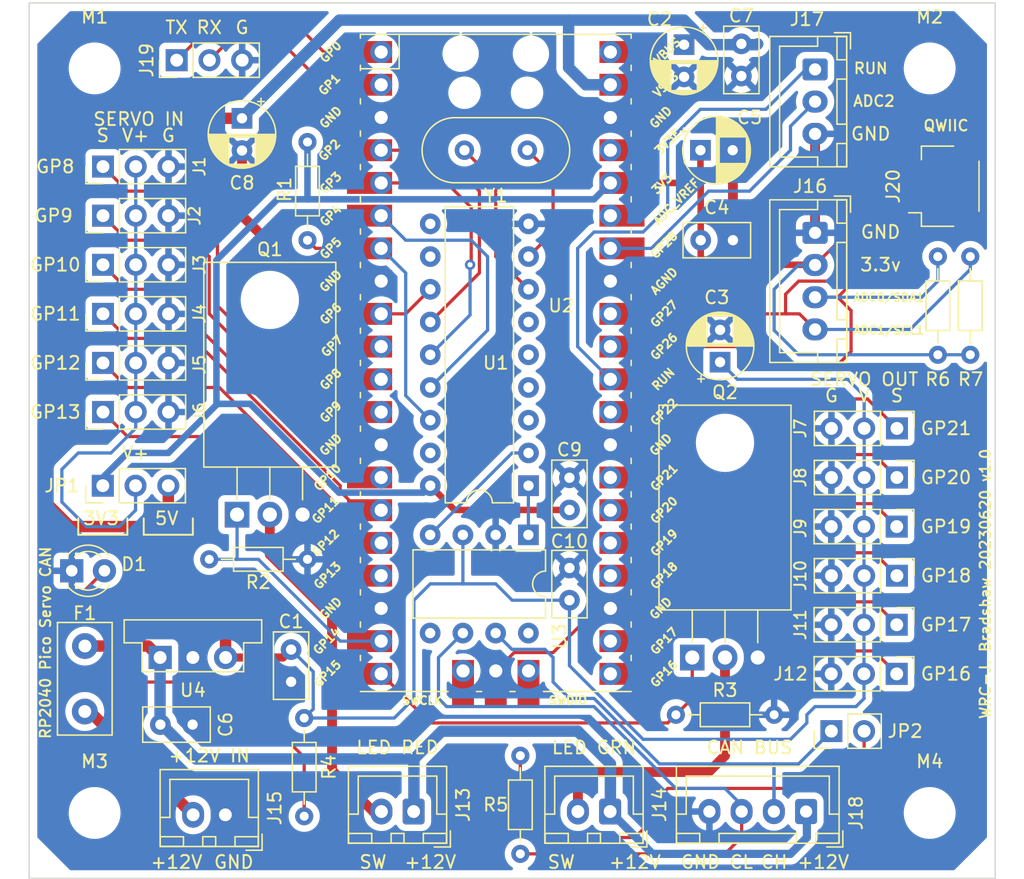
<source format=kicad_pcb>
(kicad_pcb (version 20211014) (generator pcbnew)
  (title_block (title "RP2040 Pico Kingfisher Board") (date "2023-06-14") (rev "0.1") (company "USNA WRC") (comment 1 "J. Bradshaw"))
  (layers (0 "F.Cu" signal) (31 "B.Cu" signal) (34 "B.Paste" user) (35 "F.Paste" user) (36 "B.SilkS" user "B.Silkscreen") (37 "F.SilkS" user "F.Silkscreen") (38 "B.Mask" user) (39 "F.Mask" user) (44 "Edge.Cuts" user))
  (net 0 "")
  (net 1 "+5V")
  (net 2 "GND")
  (net 3 "+3.3V")
  (net 4 "S1_IN")
  (net 5 "V_Receiver")
  (net 6 "S2_IN")
  (net 7 "S3_IN")
  (net 8 "S4_IN")
  (net 9 "S5_IN")
  (net 10 "S6_IN")
  (net 11 "S2_OUT")
  (net 12 "S1_OUT")
  (net 13 "S4_OUT")
  (net 14 "S3_OUT")
  (net 15 "S6_OUT")
  (net 16 "S5_OUT")
  (net 17 "+12V")
  (net 18 "ADC0")
  (net 19 "ADC1")
  (net 20 "ADC2")
  (net 21 "RUN")
  (net 22 "pico_TX")
  (net 23 "pico_RX")
  (net 24 "LED_RED_ON")
  (net 25 "LED_GRN_ON")
  (net 26 "Net-(J13-Pad2)")
  (net 27 "Net-(J14-Pad2)")
  (net 30 "Net-(JP2-Pad2)")
  (net 31 "SPI0_CS")
  (net 36 "Net-(U2-Pad1)")
  (net 37 "Net-(U2-Pad2)")
  (net 41 "INT")
  (net 42 "SPI0_SCK")
  (net 43 "SPI0_TX")
  (net 44 "SPI0_RX")
  (net 47 "Net-(U2-Pad7)")
  (net 48 "Net-(U2-Pad8)")
  (net 54 "Net-(J18-Pad2)")
  (net 55 "Net-(J18-Pad3)")
  (net 56 "Net-(J15-Pad2)")
  (net 57 "Net-(R4-Pad2)")
  (footprint "Connector_JST:JST_XH_B2B-XH-A_1x02_P2.50mm_Vertical" (layer "F.Cu") (at 117.455 131.97 180)
    (fp_text reference "J13")
    (fp_text value "Conn_01x02")
  )
  (footprint "Resistor_THT:R_Axial_DIN0204_L3.6mm_D1.6mm_P7.62mm_Horizontal" (layer "F.Cu") (at 109.22 80.01 -90)
    (fp_text reference "R1")
    (fp_text value "10K")
  )
  (footprint "Connector_JST:JST_XH_B4B-XH-A_1x04_P2.50mm_Vertical" (layer "F.Cu") (at 147.895 131.97 180)
    (fp_text reference "J18")
    (fp_text value "Conn_01x04")
  )
  (footprint "MountingHole:MountingHole_3mm" (layer "F.Cu") (at 92.71 132.08)
    (fp_text reference "M3")
    (fp_text value "MountingHole_3mm")
  )
  (footprint "Capacitor_THT:C_Disc_D5.0mm_W2.5mm_P2.50mm" (layer "F.Cu") (at 129.54 108.565 90)
    (fp_text reference "C9")
    (fp_text value ".1uF")
  )
  (footprint "MCU_RaspberryPi_and_Boards:RPi_Pico_SMD_TH" (layer "F.Cu") (at 123.825 97.155)
    (fp_text reference "U1")
    (fp_text value "Pico")
  )
  (footprint "Capacitor_THT:C_Disc_D5.0mm_W2.5mm_P2.50mm" (layer "F.Cu") (at 129.54 115.57 90)
    (fp_text reference "C10")
    (fp_text value ".1uF")
  )
  (footprint "Connector_PinHeader_2.54mm:PinHeader_1x02_P2.54mm_Vertical" (layer "F.Cu") (at 149.855 125.73 90)
    (fp_text reference "JP2")
    (fp_text value "CANres")
  )
  (footprint "Resistor_THT:R_Axial_DIN0204_L3.6mm_D1.6mm_P7.62mm_Horizontal" (layer "F.Cu") (at 108.966 124.714 -90)
    (fp_text reference "R4")
    (fp_text value "4.7K")
  )
  (footprint "Connector_PinHeader_2.54mm:PinHeader_1x03_P2.54mm_Vertical" (layer "F.Cu") (at 93.36 85.725 90)
    (fp_text reference "J2")
    (fp_text value "Conn_01x03")
  )
  (footprint "Connector_PinHeader_2.54mm:PinHeader_1x03_P2.54mm_Vertical" (layer "F.Cu") (at 154.94 113.665 -90)
    (fp_text reference "J10")
    (fp_text value "Conn_01x03")
  )
  (footprint "Capacitor_THT:C_Disc_D5.0mm_W2.5mm_P2.50mm" (layer "F.Cu") (at 107.95 119.4 -90)
    (fp_text reference "C1")
    (fp_text value ".1uF")
  )
  (footprint "Package_TO_SOT_THT:TO-220-3_Horizontal_TabDown" (layer "F.Cu") (at 139.065 120.015)
    (fp_text reference "Q2")
    (fp_text value "IRLZ44N")
  )
  (footprint "Crystal:Crystal_HC49-4H_Vertical" (layer "F.Cu") (at 126.275 80.645 180)
    (fp_text reference "Y1")
    (fp_text value "16MHz")
  )
  (footprint "Connector_JST:JST_XH_B2B-XH-A_1x02_P2.50mm_Vertical" (layer "F.Cu") (at 102.85 132.224 180)
    (fp_text reference "J15")
    (fp_text value "Conn_01x02")
  )
  (footprint "Connector_PinHeader_2.54mm:PinHeader_1x03_P2.54mm_Vertical" (layer "F.Cu") (at 93.36 97.155 90)
    (fp_text reference "J5")
    (fp_text value "Conn_01x03")
  )
  (footprint "Connector_PinHeader_2.54mm:PinHeader_1x03_P2.54mm_Vertical" (layer "F.Cu") (at 154.925 109.855 -90)
    (fp_text reference "J9")
    (fp_text value "Conn_01x03")
  )
  (footprint "Capacitor_THT:CP_Radial_D5.0mm_P2.50mm" (layer "F.Cu") (at 139.7 80.645)
    (fp_text reference "C5")
    (fp_text value "47uF")
  )
  (footprint "Resistor_THT:R_Axial_DIN0204_L3.6mm_D1.6mm_P7.62mm_Horizontal" (layer "F.Cu") (at 158.115 96.52 90)
    (fp_text reference "R6")
    (fp_text value "4.7K")
  )
  (footprint "Resistor_THT:R_Axial_DIN0204_L3.6mm_D1.6mm_P7.62mm_Horizontal" (layer "F.Cu") (at 101.6 112.395)
    (fp_text reference "R2")
    (fp_text value "1K")
  )
  (footprint "Connector_PinHeader_2.54mm:PinHeader_1x03_P2.54mm_Vertical" (layer "F.Cu") (at 154.925 121.285 -90)
    (fp_text reference "J12")
    (fp_text value "Conn_01x03")
  )
  (footprint "Capacitor_THT:CP_Radial_D5.0mm_P2.50mm" (layer "F.Cu") (at 141.224 97.090113 90)
    (fp_text reference "C3")
    (fp_text value "470uF")
  )
  (footprint "Connector_JST:JST_SH_SM04B-SRSS-TB_1x04-1MP_P1.00mm_Horizontal" (layer "F.Cu") (at 158.623 83.439 90)
    (fp_text reference "J20")
    (fp_text value "Conn_01x04")
  )
  (footprint "Connector_PinHeader_2.54mm:PinHeader_1x03_P2.54mm_Vertical" (layer "F.Cu") (at 93.36 81.915 90)
    (fp_text reference "J1")
    (fp_text value "Conn_01x03")
  )
  (footprint "Connector_PinHeader_2.54mm:PinHeader_1x03_P2.54mm_Vertical" (layer "F.Cu") (at 154.94 102.235 -90)
    (fp_text reference "J7")
    (fp_text value "Conn_01x03")
  )
  (footprint "Package_TO_SOT_THT:TO-220-3_Horizontal_TabDown" (layer "F.Cu") (at 103.759 108.925)
    (fp_text reference "Q1")
    (fp_text value "IRLZ44N")
  )
  (footprint "Connector_PinHeader_2.54mm:PinHeader_1x03_P2.54mm_Vertical" (layer "F.Cu") (at 93.36 93.345 90)
    (fp_text reference "J4")
    (fp_text value "Conn_01x03")
  )
  (footprint "Connector_JST:JST_XH_B2B-XH-A_1x02_P2.50mm_Vertical" (layer "F.Cu") (at 132.695 131.97 180)
    (fp_text reference "J14")
    (fp_text value "Conn_01x02")
  )
  (footprint "Package_DIP:DIP-8_W7.62mm" (layer "F.Cu") (at 126.355 110.5 -90)
    (fp_text reference "U3")
    (fp_text value "MCP2551-I-P")
  )
  (footprint "Connector_PinHeader_2.54mm:PinHeader_1x03_P2.54mm_Vertical" (layer "F.Cu") (at 93.36 100.965 90)
    (fp_text reference "J6")
    (fp_text value "Conn_01x03")
  )
  (footprint "Connector_PinHeader_2.54mm:PinHeader_1x03_P2.54mm_Vertical" (layer "F.Cu") (at 93.345 106.68 90)
    (fp_text reference "JP1")
    (fp_text value "Jumper_3_Open" hide)
  )
  (footprint "Resistor_THT:R_Axial_DIN0204_L3.6mm_D1.6mm_P7.62mm_Horizontal" (layer "F.Cu") (at 125.73 135.255 90)
    (fp_text reference "R5")
    (fp_text value "120")
  )
  (footprint "Capacitor_THT:C_Disc_D5.0mm_W2.5mm_P2.50mm" (layer "F.Cu") (at 97.81 125.222)
    (fp_text reference "C6")
    (fp_text value ".1uF")
  )
  (footprint "Capacitor_THT:C_Disc_D5.0mm_W2.5mm_P2.50mm" (layer "F.Cu") (at 142.875 72.39 -90)
    (fp_text reference "C7")
    (fp_text value ".1uF")
  )
  (footprint "Connector_JST:JST_XH_B3B-XH-A_1x03_P2.50mm_Vertical" (layer "F.Cu") (at 148.59 74.375 -90)
    (fp_text reference "J17")
    (fp_text value "Conn_01x03")
  )
  (footprint "Resistor_THT:R_Axial_DIN0204_L3.6mm_D1.6mm_P7.62mm_Horizontal" (layer "F.Cu") (at 137.795 124.46)
    (fp_text reference "R3")
    (fp_text value "1K")
  )
  (footprint "Package_DIP:DIP-18_W7.62mm" (layer "F.Cu") (at 126.365 106.68 180)
    (fp_text reference "U2")
    (fp_text value "MCP2515-xSO")
  )
  (footprint "Connector_JST:JST_XH_B4B-XH-A_1x04_P2.50mm_Vertical" (layer "F.Cu") (at 148.59 87.055 -90)
    (fp_text reference "J16")
    (fp_text value "Conn_01x04")
  )
  (footprint "LED_THT:LED_D3.0mm" (layer "F.Cu") (at 90.932 113.284)
    (fp_text reference "D1")
    (fp_text value "LED")
  )
  (footprint "Connector_PinHeader_2.54mm:PinHeader_1x03_P2.54mm_Vertical" (layer "F.Cu") (at 154.94 106.045 -90)
    (fp_text reference "J8")
    (fp_text value "Conn_01x03")
  )
  (footprint "Resistor_THT:R_Axial_DIN0204_L3.6mm_D1.6mm_P7.62mm_Horizontal" (layer "F.Cu") (at 160.63 96.52 90)
    (fp_text reference "R7")
    (fp_text value "4.7K")
  )
  (footprint "MountingHole:MountingHole_3mm" (layer "F.Cu") (at 92.71 74.295)
    (fp_text reference "M1")
    (fp_text value "MountingHole_3mm")
  )
  (footprint "Capacitor_THT:CP_Radial_D5.0mm_P2.50mm" (layer "F.Cu") (at 104.14 78.169888 -90)
    (fp_text reference "C8")
    (fp_text value "47uF")
  )
  (footprint "MountingHole:MountingHole_3mm" (layer "F.Cu") (at 157.48 132.08)
    (fp_text reference "M4")
    (fp_text value "MountingHole_3mm")
  )
  (footprint "Fuse:Fuse_Littelfuse_395Series" (layer "F.Cu") (at 91.948 124.206 90)
    (fp_text reference "F1")
    (fp_text value "Fuse_Small")
  )
  (footprint "Capacitor_THT:C_Disc_D5.0mm_W2.5mm_P2.50mm" (layer "F.Cu") (at 139.72 87.63)
    (fp_text reference "C4")
    (fp_text value ".1uF")
  )
  (footprint "Converter_DCDC:Converter_DCDC_Murata_OKI-78SR_Vertical" (layer "F.Cu") (at 97.79 120.015)
    (fp_text reference "U4")
    (fp_text value "OKI-78SR-5_1.5-W36-C")
  )
  (footprint "Connector_PinHeader_2.54mm:PinHeader_1x03_P2.54mm_Vertical" (layer "F.Cu") (at 99.075 73.66 90)
    (fp_text reference "J19")
    (fp_text value "Conn_01x03")
  )
  (footprint "Capacitor_THT:CP_Radial_D5.0mm_P2.50mm" (layer "F.Cu") (at 138.43 72.454888 -90)
    (fp_text reference "C2")
    (fp_text value "47uF")
  )
  (footprint "Connector_PinHeader_2.54mm:PinHeader_1x03_P2.54mm_Vertical" (layer "F.Cu") (at 93.36 89.535 90)
    (fp_text reference "J3")
    (fp_text value "Conn_01x03")
  )
  (footprint "MountingHole:MountingHole_3mm" (layer "F.Cu") (at 157.48 74.295)
    (fp_text reference "M2")
    (fp_text value "MountingHole_3mm")
  )
  (footprint "Connector_PinHeader_2.54mm:PinHeader_1x03_P2.54mm_Vertical" (layer "F.Cu") (at 154.925 117.475 -90)
    (fp_text reference "J11")
    (fp_text value "Conn_01x03")
  )
  (gr_line (start 91.44 109.22) (end 91.44 110.49) (layer "F.SilkS") (width 0.15))
  (gr_line (start 100.33 110.49) (end 100.33 109.22) (layer "F.SilkS") (width 0.15))
  (gr_line (start 95.25 110.49) (end 95.25 109.22) (layer "F.SilkS") (width 0.15))
  (gr_line (start 91.44 110.49) (end 95.25 110.49) (layer "F.SilkS") (width 0.15))
  (gr_line (start 96.52 110.49) (end 100.33 110.49) (layer "F.SilkS") (width 0.15))
  (gr_line (start 96.52 109.22) (end 96.52 110.49) (layer "F.SilkS") (width 0.15))
  (gr_line (start 87.63 137.16) (end 87.63 69.215) (layer "Edge.Cuts") (width 0.1))
  (gr_line (start 162.56 137.16) (end 87.63 137.16) (layer "Edge.Cuts") (width 0.1))
  (gr_line (start 162.56 69.215) (end 162.56 137.16) (layer "Edge.Cuts") (width 0.1))
  (gr_line (start 87.63 69.215) (end 162.56 69.215) (layer "Edge.Cuts") (width 0.1))
  (gr_text "GP18" (at 158.75 113.665) (layer "F.SilkS") (effects (font (size 1 1))))
  (gr_text "GP17" (at 158.75 117.475) (layer "F.SilkS") (effects (font (size 1 1))))
  (gr_text "5V" (at 98.298 109.22) (layer "F.SilkS") (effects (font (size 1 1))))
  (gr_text "SW" (at 128.905 135.89) (layer "F.SilkS") (effects (font (size 1 1))))
  (gr_text "3V3" (at 93.218 109.22) (layer "F.SilkS") (effects (font (size 1 1))))
  (gr_text "GP10" (at 89.662 89.535) (layer "F.SilkS") (effects (font (size 1 1))))
  (gr_text "+12V IN" (at 101.6 127.635) (layer "F.SilkS") (effects (font (size 1 1))))
  (gr_text "V+" (at 95.885 79.502) (layer "F.SilkS") (effects (font (size 1 1))))
  (gr_text "RUN" (at 152.908 74.295) (layer "F.SilkS") (effects (font (size 0.8382 0.8382))))
  (gr_text "CH" (at 145.415 135.89) (layer "F.SilkS") (effects (font (size 1 1))))
  (gr_text "S" (at 93.345 79.502) (layer "F.SilkS") (effects (font (size 1 1))))
  (gr_text "TX" (at 99.06 71.12) (layer "F.SilkS") (effects (font (size 1 1))))
  (gr_text "CL" (at 142.875 135.89) (layer "F.SilkS") (effects (font (size 1 1))))
  (gr_text "GP13" (at 89.662 100.965) (layer "F.SilkS") (effects (font (size 1 1))))
  (gr_text "G" (at 149.86 99.695) (layer "F.SilkS") (effects (font (size 1 1))))
  (gr_text "3.3v" (at 153.67 89.535) (layer "F.SilkS") (effects (font (size 1 1))))
  (gr_text "ADC2" (at 153.162 76.835) (layer "F.SilkS") (effects (font (size 0.8382 0.8382))))
  (gr_text "GND" (at 139.7 135.89) (layer "F.SilkS") (effects (font (size 1 1))))
  (gr_text "GP16" (at 158.75 121.285) (layer "F.SilkS") (effects (font (size 1 1))))
  (gr_text "ADC1/SCL1" (at 154.305 94.615) (layer "F.SilkS") (effects (font (size 0.635 0.635))))
  (gr_text "QWIIC" (at 158.75 78.74) (layer "F.SilkS") (effects (font (size 0.8382 0.8382))))
  (gr_text "GP8" (at 89.662 81.915) (layer "F.SilkS") (effects (font (size 1 1))))
  (gr_text "SERVO OUT" (at 152.4 98.425) (layer "F.SilkS") (effects (font (size 1 1))))
  (gr_text "V+" (at 95.885 104.14) (layer "F.SilkS") (effects (font (size 1 1))))
  (gr_text "S" (at 154.94 99.695) (layer "F.SilkS") (effects (font (size 1 1))))
  (gr_text "RP2040 Pico Servo CAN\n" (at 88.9 118.872 90) (layer "F.SilkS") (effects (font (size 0.8128 0.8128))))
  (gr_text "GP11" (at 89.662 93.345) (layer "F.SilkS") (effects (font (size 1 1))))
  (gr_text "GND" (at 103.505 135.89) (layer "F.SilkS") (effects (font (size 1 1))))
  (gr_text "G" (at 104.14 71.12) (layer "F.SilkS") (effects (font (size 1 1))))
  (gr_text "GP9" (at 89.535 85.725) (layer "F.SilkS") (effects (font (size 1 1))))
  (gr_text "V" (at 152.385 99.695) (layer "F.SilkS") (effects (font (size 1 1))))
  (gr_text "SERVO IN" (at 96.139 78.232) (layer "F.SilkS") (effects (font (size 1 1))))
  (gr_text "+12V" (at 99.06 135.89) (layer "F.SilkS") (effects (font (size 1 1))))
  (gr_text "RX" (at 101.6 71.12) (layer "F.SilkS") (effects (font (size 1 1))))
  (gr_text "CAN BUS" (at 143.51 127) (layer "F.SilkS") (effects (font (size 1 1))))
  (gr_text "GP21" (at 158.75 102.235) (layer "F.SilkS") (effects (font (size 1 1))))
  (gr_text "LED RED" (at 116.205 127) (layer "F.SilkS") (effects (font (size 1 1))))
  (gr_text "G" (at 98.425 79.502) (layer "F.SilkS") (effects (font (size 1 1))))
  (gr_text "GND" (at 153.67 86.995) (layer "F.SilkS") (effects (font (size 1 1))))
  (gr_text "+12V" (at 118.745 135.89) (layer "F.SilkS") (effects (font (size 1 1))))
  (gr_text "WRC-J. Bradshaw 20230620 v1.0" (at 161.798 114.3 90) (layer "F.SilkS") (effects (font (size 0.8128 0.8128))))
  (gr_text "GP20" (at 158.75 106.045) (layer "F.SilkS") (effects (font (size 1 1))))
  (gr_text "LED GRN" (at 131.445 127) (layer "F.SilkS") (effects (font (size 1 1))))
  (gr_text "+12V" (at 149.225 135.89) (layer "F.SilkS") (effects (font (size 1 1))))
  (gr_text "GND" (at 152.908 79.375) (layer "F.SilkS") (effects (font (size 1 1))))
  (gr_text "GP19" (at 158.75 109.855) (layer "F.SilkS") (effects (font (size 1 1))))
  (gr_text "GP12" (at 89.662 97.155) (layer "F.SilkS") (effects (font (size 1 1))))
  (gr_text "SW" (at 114.3 135.89) (layer "F.SilkS") (effects (font (size 1 1))))
  (gr_text "ADC0/SDA1" (at 154.305 92.075) (layer "F.SilkS") (effects (font (size 0.635 0.635) (thickness 0.1397))))
  (gr_text "+12V" (at 134.62 135.89) (layer "F.SilkS") (effects (font (size 1 1))))
  (segment (start 88.9 107.95) (end 90.805 109.855) (width 0.889) (layer "F.Cu") (net 1))
  (segment (start 107.315 120.015) (end 107.95 119.38) (width 0.635) (layer "F.Cu") (net 1))
  (segment (start 93.280112 78.169888) (end 88.9 82.55) (width 0.889) (layer "F.Cu") (net 1))
  (segment (start 102.87 120.39) (end 102.865 120.395) (width 0.889) (layer "F.Cu") (net 1))
  (segment (start 90.805 109.855) (end 98.425 109.855) (width 0.889) (layer "F.Cu") (net 1))
  (segment (start 102.87 120.015) (end 107.315 120.015) (width 0.635) (layer "F.Cu") (net 1))
  (segment (start 88.9 82.55) (end 88.9 107.95) (width 0.889) (layer "F.Cu") (net 1))
  (segment (start 104.14 78.169888) (end 93.280112 78.169888) (width 0.889) (layer "F.Cu") (net 1))
  (segment (start 98.425 106.68) (end 98.425 109.855) (width 0.889) (layer "F.Cu") (net 1))
  (segment (start 98.425 111.76) (end 102.865 116.2) (width 0.889) (layer "F.Cu") (net 1))
  (segment (start 102.865 116.2) (end 102.865 120.395) (width 0.889) (layer "F.Cu") (net 1))
  (segment (start 98.425 109.855) (end 98.425 111.76) (width 0.889) (layer "F.Cu") (net 1))
  (segment (start 117.475 115.57) (end 117.475 123.19) (width 0.25) (layer "B.Cu") (net 1))
  (segment (start 140.335 72.454888) (end 144.080112 72.454888) (width 0.889) (layer "B.Cu") (net 1))
  (segment (start 109.666 123.636) (end 109.666 124.014) (width 0.25) (layer "B.Cu") (net 1))
  (segment (start 129.475112 70.549888) (end 138.43 70.549888) (width 0.889) (layer "B.Cu") (net 1))
  (segment (start 125.095 115.57) (end 123.825 114.3) (width 0.25) (layer "B.Cu") (net 1))
  (segment (start 109.666 124.014) (end 108.966 124.714) (width 0.25) (layer "B.Cu") (net 1))
  (segment (start 152.385 109.855) (end 152.385 113.65) (width 0.25) (layer "B.Cu") (net 1))
  (segment (start 129.475112 74.230112) (end 129.475112 70.549888) (width 0.889) (layer "B.Cu") (net 1))
  (segment (start 141.224 97.090113) (end 142.558887 98.425) (width 0.25) (layer "B.Cu") (net 1))
  (segment (start 152.385 123.175) (end 152.385 121.285) (width 0.25) (layer "B.Cu") (net 1))
  (segment (start 148.59 123.825) (end 151.765 123.825) (width 0.25) (layer "B.Cu") (net 1))
  (segment (start 152.385 113.65) (end 152.4 113.665) (width 0.25) (layer "B.Cu") (net 1))
  (segment (start 121.285 114.3) (end 121.275 114.29) (width 0.25) (layer "B.Cu") (net 1))
  (segment (start 152.4 115.697) (end 152.4 117.46) (width 0.25) (layer "B.Cu") (net 1))
  (segment (start 111.695112 70.549888) (end 129.475112 70.549888) (width 0.889) (layer "B.Cu") (net 1))
  (segment (start 146.685 126.365) (end 147.955 125.095) (width 0.25) (layer "B.Cu") (net 1))
  (segment (start 123.825 114.3) (end 121.285 114.3) (width 0.25) (layer "B.Cu") (net 1))
  (segment (start 115.951 124.714) (end 108.966 124.714) (width 0.25) (layer "B.Cu") (net 1))
  (segment (start 121.275 114.29) (end 121.275 110.5) (width 0.25) (layer "B.Cu") (net 1))
  (segment (start 138.43 70.549888) (end 140.335 72.454888) (width 0.889) (layer "B.Cu") (net 1))
  (segment (start 117.475 123.19) (end 115.951 124.714) (width 0.25) (layer "B.Cu") (net 1))
  (segment (start 121.285 114.3) (end 118.745 114.3) (width 0.25) (layer "B.Cu") (net 1))
  (segment (start 132.715 75.565) (end 130.81 75.565) (width 0.889) (layer "B.Cu") (net 1))
  (segment (start 147.955 125.095) (end 147.955 124.46) (width 0.25) (layer "B.Cu") (net 1))
  (segment (start 152.4 123.19) (end 152.385 123.175) (width 0.25) (layer "B.Cu") (net 1))
  (segment (start 118.745 114.3) (end 117.475 115.57) (width 0.25) (layer "B.Cu") (net 1))
  (segment (start 152.4 102.235) (end 152.4 106.045) (width 0.25) (layer "B.Cu") (net 1))
  (segment (start 142.558887 98.425) (end 151.13 98.425) (width 0.25) (layer "B.Cu") (net 1))
  (segment (start 104.14 78.169888) (end 104.14 78.105) (width 0.889) (layer "B.Cu") (net 1))
  (segment (start 151.13 98.425) (end 152.4 99.695) (width 0.25) (layer "B.Cu") (net 1))
  (segment (start 144.080112 72.454888) (end 144.145 72.39) (width 0.889) (layer "B.Cu") (net 1))
  (segment (start 152.4 113.665) (end 152.4 115.697) (width 0.25) (layer "B.Cu") (net 1))
  (segment (start 152.4 106.045) (end 152.4 109.84) (width 0.25) (layer "B.Cu") (net 1))
  (segment (start 152.4 109.84) (end 152.385 109.855) (width 0.25) (layer "B.Cu") (net 1))
  (segment (start 152.4 117.46) (end 152.385 117.475) (width 0.25) (layer "B.Cu") (net 1))
  (segment (start 130.81 75.565) (end 129.475112 74.230112) (width 0.889) (layer "B.Cu") (net 1))
  (segment (start 152.385 117.475) (end 152.385 121.285) (width 0.25) (layer "B.Cu") (net 1))
  (segment (start 151.765 123.825) (end 152.4 123.19) (width 0.25) (layer "B.Cu") (net 1))
  (segment (start 129.54 115.57) (end 125.095 115.57) (width 0.25) (layer "B.Cu") (net 1))
  (segment (start 147.955 124.46) (end 148.59 123.825) (width 0.25) (layer "B.Cu") (net 1))
  (segment (start 129.54 120.65) (end 135.255 126.365) (width 0.25) (layer "B.Cu") (net 1))
  (segment (start 104.14 78.105) (end 111.695112 70.549888) (width 0.889) (layer "B.Cu") (net 1))
  (segment (start 135.255 126.365) (end 146.685 126.365) (width 0.25) (layer "B.Cu") (net 1))
  (segment (start 129.54 115.57) (end 129.54 120.65) (width 0.25) (layer "B.Cu") (net 1))
  (segment (start 152.4 99.695) (end 152.4 102.235) (width 0.25) (layer "B.Cu") (net 1))
  (segment (start 107.95 119.4) (end 109.666 121.116) (width 0.25) (layer "B.Cu") (net 1))
  (segment (start 109.666 121.116) (end 109.666 123.636) (width 0.25) (layer "B.Cu") (net 1))
  (segment (start 113.437284 78.105) (end 112.777396 78.764888) (width 0.762) (layer "F.Cu") (net 2))
  (segment (start 142.22 87.63) (end 142.22 80.665) (width 0.762) (layer "F.Cu") (net 2))
  (segment (start 158.139 84.939) (end 158.877 84.201) (width 0.25) (layer "F.Cu") (net 2))
  (segment (start 158.877 84.201) (end 158.877 80.518) (width 0.25) (layer "F.Cu") (net 2))
  (segment (start 125.246 119.634) (end 128.27 119.634) (width 0.25) (layer "F.Cu") (net 2))
  (segment (start 128.27 119.634) (end 131.699 116.205) (width 0.25) (layer "F.Cu") (net 2))
  (segment (start 148.59 87.055) (end 148.59 79.375) (width 0.762) (layer "F.Cu") (net 2))
  (segment (start 156.623 84.939) (end 158.139 84.939) (width 0.25) (layer "F.Cu") (net 2))
  (segment (start 158.877 80.518) (end 157.734 79.375) (width 0.25) (layer "F.Cu") (net 2))
  (segment (start 142.22 80.665) (end 142.2 80.645) (width 0.25) (layer "F.Cu") (net 2))
  (segment (start 157.734 79.375) (end 148.59 79.375) (width 0.25) (layer "F.Cu") (net 2))
  (segment (start 113.437284 90.805) (end 109.22 90.805) (width 0.762) (layer "F.Cu") (net 2))
  (segment (start 109.22 90.805) (end 104.14 85.725) (width 0.762) (layer "F.Cu") (net 2))
  (segment (start 123.825 121.055) (end 125.246 119.634) (width 0.25) (layer "F.Cu") (net 2))
  (segment (start 131.699 116.205) (end 132.715 116.205) (width 0.25) (layer "F.Cu") (net 2))
  (segment (start 104.14 85.725) (end 104.14 80.669888) (width 0.762) (layer "F.Cu") (net 2))
  (segment (start 148.59 86.975) (end 148.57 86.995) (width 0.25) (layer "B.Cu") (net 2))
  (segment (start 139.72 87.63) (end 139.72 88.92) (width 0.508) (layer "F.Cu") (net 3))
  (segment (start 139.72 88.92) (end 140.335 89.535) (width 0.508) (layer "F.Cu") (net 3))
  (segment (start 139.72 80.665) (end 139.7 80.645) (width 0.508) (layer "F.Cu") (net 3))
  (segment (start 148.57 89.535) (end 148.59 89.555) (width 0.508) (layer "F.Cu") (net 3))
  (segment (start 153.162 81.661) (end 153.162 84.983) (width 0.25) (layer "F.Cu") (net 3))
  (segment (start 132.715 83.185) (end 139.7 83.185) (width 0.508) (layer "F.Cu") (net 3))
  (segment (start 156.623 83.939) (end 157.615 83.939) (width 0.25) (layer "F.Cu") (net 3))
  (segment (start 157.615 83.939) (end 158.115 83.439) (width 0.25) (layer "F.Cu") (net 3))
  (segment (start 156.623 83.939) (end 156.176249 83.939) (width 0.25) (layer "F.Cu") (net 3))
  (segment (start 139.7 83.185) (end 139.72 83.205) (width 0.508) (layer "F.Cu") (net 3))
  (segment (start 158.115 83.439) (end 158.115 81.28) (width 0.25) (layer "F.Cu") (net 3))
  (segment (start 158.115 81.28) (end 157.353 80.518) (width 0.25) (layer "F.Cu") (net 3))
  (segment (start 157.353 80.518) (end 154.305 80.518) (width 0.25) (layer "F.Cu") (net 3))
  (segment (start 129.54 108.565) (end 120.63 108.565) (width 0.508) (layer "F.Cu") (net 3))
  (segment (start 120.63 108.565) (end 118.745 106.68) (width 0.508) (layer "F.Cu") (net 3))
  (segment (start 139.7 80.645) (end 139.7 83.185) (width 0.508) (layer "F.Cu") (net 3))
  (segment (start 140.335 89.535) (end 148.57 89.535) (width 0.508) (layer "F.Cu") (net 3))
  (segment (start 139.72 83.205) (end 139.72 87.63) (width 0.508) (layer "F.Cu") (net 3))
  (segment (start 153.162 84.983) (end 148.59 89.555) (width 0.25) (layer "F.Cu") (net 3))
  (segment (start 154.305 80.518) (end 153.162 81.661) (width 0.25) (layer "F.Cu") (net 3))
  (segment (start 102.159591 89.180409) (end 102.159591 100.405409) (width 0.508) (layer "B.Cu") (net 3))
  (segment (start 131.445 84.455) (end 109.22 84.455) (width 0.508) (layer "B.Cu") (net 3))
  (segment (start 104.775 100.33) (end 102.235 100.33) (width 0.508) (layer "B.Cu") (net 3))
  (segment (start 118.745 106.68) (end 118.205 107.22) (width 0.508) (layer "B.Cu") (net 3))
  (segment (start 148.59 89.475) (end 148.53 89.535) (width 0.25) (layer "B.Cu") (net 3))
  (segment (start 158.115 96.52) (end 147.32 96.52) (width 0.25) (layer "B.Cu") (net 3))
  (segment (start 102.159591 100.405409) (end 98.425 104.14) (width 0.508) (layer "B.Cu") (net 3))
  (segment (start 109.22 80.01) (end 109.22 84.455) (width 0.508) (layer "B.Cu") (net 3))
  (segment (start 145.415 94.615) (end 145.415 91.44) (width 0.25) (layer "B.Cu") (net 3))
  (segment (start 93.345 106.045) (end 93.345 106.68) (width 0.508) (layer "B.Cu") (net 3))
  (segment (start 98.425 104.14) (end 95.25 104.14) (width 0.508) (layer "B.Cu") (net 3))
  (segment (start 111.665 107.22) (end 105.41 100.965) (width 0.508) (layer "B.Cu") (net 3))
  (segment (start 147.3 89.555) (end 148.59 89.555) (width 0.25) (layer "B.Cu") (net 3))
  (segment (start 105.41 100.965) (end 104.775 100.33) (width 0.508) (layer "B.Cu") (net 3))
  (segment (start 132.715 83.185) (end 131.445 84.455) (width 0.508) (layer "B.Cu") (net 3))
  (segment (start 95.25 104.14) (end 93.345 106.045) (width 0.508) (layer "B.Cu") (net 3))
  (segment (start 145.415 91.44) (end 147.3 89.555) (width 0.25) (layer "B.Cu") (net 3))
  (segment (start 109.22 84.455) (end 106.885 84.455) (width 0.508) (layer "B.Cu") (net 3))
  (segment (start 106.885 84.455) (end 102.159591 89.180409) (width 0.508) (layer "B.Cu") (net 3))
  (segment (start 118.205 107.22) (end 111.665 107.22) (width 0.508) (layer "B.Cu") (net 3))
  (segment (start 147.32 96.52) (end 145.415 94.615) (width 0.25) (layer "B.Cu") (net 3))
  (segment (start 160.63 96.52) (end 158.115 96.52) (width 0.25) (layer "B.Cu") (net 3))
  (segment (start 100.965 83.82) (end 95.265 83.82) (width 0.25) (layer "F.Cu") (net 4))
  (segment (start 102.235 85.09) (end 100.965 83.82) (width 0.25) (layer "F.Cu") (net 4))
  (segment (start 107.95 98.425) (end 102.235 92.71) (width 0.25) (layer "F.Cu") (net 4))
  (segment (start 114.935 98.425) (end 107.95 98.425) (width 0.25) (layer "F.Cu") (net 4))
  (segment (start 95.265 83.82) (end 93.36 81.915) (width 0.25) (layer "F.Cu") (net 4))
  (segment (start 102.235 92.71) (end 102.235 85.09) (width 0.25) (layer "F.Cu") (net 4))
  (segment (start 93.98 104.14) (end 95.9 102.22) (width 0.25) (layer "B.Cu") (net 5))
  (segment (start 95.9 85.725) (end 95.9 81.915) (width 0.25) (layer "B.Cu") (net 5))
  (segment (start 95.9 97.155) (end 95.9 93.345) (width 0.25) (layer "B.Cu") (net 5))
  (segment (start 92.075 109.855) (end 90.17 107.95) (width 0.25) (layer "B.Cu") (net 5))
  (segment (start 95.9 102.22) (end 95.9 100.965) (width 0.25) (layer "B.Cu") (net 5))
  (segment (start 91.44 104.14) (end 93.98 104.14) (width 0.25) (layer "B.Cu") (net 5))
  (segment (start 95.885 108.585) (end 94.615 109.855) (width 0.25) (layer "B.Cu") (net 5))
  (segment (start 95.9 100.965) (end 95.9 97.155) (width 0.25) (layer "B.Cu") (net 5))
  (segment (start 90.17 105.41) (end 91.44 104.14) (width 0.25) (layer "B.Cu") (net 5))
  (segment (start 95.9 93.345) (end 95.9 89.535) (width 0.25) (layer "B.Cu") (net 5))
  (segment (start 90.17 107.95) (end 90.17 105.41) (width 0.25) (layer "B.Cu") (net 5))
  (segment (start 95.885 106.68) (end 95.885 108.585) (width 0.25) (layer "B.Cu") (net 5))
  (segment (start 95.9 89.535) (end 95.9 85.725) (width 0.25) (layer "B.Cu") (net 5))
  (segment (start 94.615 109.855) (end 92.075 109.855) (width 0.25) (layer "B.Cu") (net 5))
  (segment (start 93.36 85.74) (end 93.36 85.725) (width 0.25) (layer "F.Cu") (net 6))
  (segment (start 101.6 93.345) (end 101.6 88.9) (width 0.25) (layer "F.Cu") (net 6))
  (segment (start 109.22 100.965) (end 101.6 93.345) (width 0.25) (layer "F.Cu") (net 6))
  (segment (start 100.33 87.63) (end 95.25 87.63) (width 0.25) (layer "F.Cu") (net 6))
  (segment (start 114.935 100.965) (end 109.22 100.965) (width 0.25) (layer "F.Cu") (net 6))
  (segment (start 101.6 88.9) (end 100.33 87.63) (width 0.25) (layer "F.Cu") (net 6))
  (segment (start 95.25 87.63) (end 93.36 85.74) (width 0.25) (layer "F.Cu") (net 6))
  (segment (start 95.25 91.44) (end 93.36 89.55) (width 0.25) (layer "F.Cu") (net 7))
  (segment (start 99.695 91.44) (end 95.25 91.44) (width 0.25) (layer "F.Cu") (net 7))
  (segment (start 112.395 106.045) (end 100.33 93.98) (width 0.25) (layer "F.Cu") (net 7))
  (segment (start 114.935 106.045) (end 112.395 106.045) (width 0.25) (layer "F.Cu") (net 7))
  (segment (start 100.33 92.075) (end 99.695 91.44) (width 0.25) (layer "F.Cu") (net 7))
  (segment (start 100.33 93.98) (end 100.33 92.075) (width 0.25) (layer "F.Cu") (net 7))
  (segment (start 93.36 89.55) (end 93.36 89.535) (width 0.25) (layer "F.Cu") (net 7))
  (segment (start 100.33 95.25) (end 95.265 95.25) (width 0.25) (layer "F.Cu") (net 8))
  (segment (start 111.76 107.115) (end 111.76 106.68) (width 0.25) (layer "F.Cu") (net 8))
  (segment (start 95.265 95.25) (end 93.36 93.345) (width 0.25) (layer "F.Cu") (net 8))
  (segment (start 114.935 108.585) (end 113.23 108.585) (width 0.25) (layer "F.Cu") (net 8))
  (segment (start 113.23 108.585) (end 111.76 107.115) (width 0.25) (layer "F.Cu") (net 8))
  (segment (start 111.76 106.68) (end 100.33 95.25) (width 0.25) (layer "F.Cu") (net 8))
  (segment (start 111.125 108.925) (end 111.125 107.8025) (width 0.25) (layer "F.Cu") (net 9))
  (segment (start 113.325 111.125) (end 111.125 108.925) (width 0.25) (layer "F.Cu") (net 9))
  (segment (start 114.935 111.125) (end 113.325 111.125) (width 0.25) (layer "F.Cu") (net 9))
  (segment (start 111.125 107.8025) (end 102.3825 99.06) (width 0.25) (layer "F.Cu") (net 9))
  (segment (start 95.265 99.06) (end 93.36 97.155) (width 0.25) (layer "F.Cu") (net 9))
  (segment (start 102.3825 99.06) (end 95.265 99.06) (width 0.25) (layer "F.Cu") (net 9))
  (segment (start 114.935 111.125) (end 112.395 111.125) (width 0.25) (layer "F.Cu") (net 9))
  (segment (start 105.202866 102.87) (end 95.265 102.87) (width 0.25) (layer "F.Cu") (net 10))
  (segment (start 95.265 102.87) (end 93.36 100.965) (width 0.25) (layer "F.Cu") (net 10))
  (segment (start 113.03 113.665) (end 110.49 111.125) (width 0.25) (layer "F.Cu") (net 10))
  (segment (start 110.49 108.157134) (end 105.202866 102.87) (width 0.25) (layer "F.Cu") (net 10))
  (segment (start 114.935 113.665) (end 113.03 113.665) (width 0.25) (layer "F.Cu") (net 10))
  (segment (start 110.49 111.125) (end 110.49 108.157134) (width 0.25) (layer "F.Cu") (net 10))
  (segment (start 147.955 104.267) (end 153.162 104.267) (width 0.25) (layer "F.Cu") (net 11))
  (segment (start 153.162 104.267) (end 154.94 106.045) (width 0.25) (layer "F.Cu") (net 11))
  (segment (start 143.637 108.585) (end 147.955 104.267) (width 0.25) (layer "F.Cu") (net 11))
  (segment (start 132.715 108.585) (end 143.637 108.585) (width 0.25) (layer "F.Cu") (net 11))
  (segment (start 132.715 106.045) (end 138.43 106.045) (width 0.25) (layer "F.Cu") (net 12))
  (segment (start 142.875 107.188) (end 146.558 103.505) (width 0.25) (layer "F.Cu") (net 12))
  (segment (start 147.955 99.949) (end 152.654 99.949) (width 0.25) (layer "F.Cu") (net 12))
  (segment (start 152.654 99.949) (end 154.94 102.235) (width 0.25) (layer "F.Cu") (net 12))
  (segment (start 146.558 101.346) (end 147.955 99.949) (width 0.25) (layer "F.Cu") (net 12))
  (segment (start 146.558 103.505) (end 146.558 101.346) (width 0.25) (layer "F.Cu") (net 12))
  (segment (start 139.573 107.188) (end 142.875 107.188) (width 0.25) (layer "F.Cu") (net 12))
  (segment (start 138.43 106.045) (end 139.573 107.188) (width 0.25) (layer "F.Cu") (net 12))
  (segment (start 153.162 111.887) (end 154.94 113.665) (width 0.25) (layer "F.Cu") (net 13))
  (segment (start 132.715 113.665) (end 145.796 113.665) (width 0.25) (layer "F.Cu") (net 13))
  (segment (start 147.574 111.887) (end 153.162 111.887) (width 0.25) (layer "F.Cu") (net 13))
  (segment (start 145.796 113.665) (end 147.574 111.887) (width 0.25) (layer "F.Cu") (net 13))
  (segment (start 147.828 108.077) (end 153.147 108.077) (width 0.25) (layer "F.Cu") (net 14))
  (segment (start 153.147 108.077) (end 154.925 109.855) (width 0.25) (layer "F.Cu") (net 14))
  (segment (start 144.78 111.125) (end 147.828 108.077) (width 0.25) (layer "F.Cu") (net 14))
  (segment (start 132.715 111.125) (end 144.78 111.125) (width 0.25) (layer "F.Cu") (net 14))
  (segment (start 134.62 121.285) (end 138.049 117.856) (width 0.25) (layer "F.Cu") (net 15))
  (segment (start 138.049 117.856) (end 145.161 117.856) (width 0.25) (layer "F.Cu") (net 15))
  (segment (start 132.715 121.285) (end 134.62 121.285) (width 0.25) (layer "F.Cu") (net 15))
  (segment (start 145.161 117.856) (end 146.812 119.507) (width 0.25) (layer "F.Cu") (net 15))
  (segment (start 146.812 119.507) (end 153.147 119.507) (width 0.25) (layer "F.Cu") (net 15))
  (segment (start 153.147 119.507) (end 154.925 121.285) (width 0.25) (layer "F.Cu") (net 15))
  (segment (start 154.925 117.46) (end 154.925 117.475) (width 0.25) (layer "F.Cu") (net 16))
  (segment (start 138.684 115.697) (end 153.162 115.697) (width 0.25) (layer "F.Cu") (net 16))
  (segment (start 153.162 115.697) (end 154.925 117.46) (width 0.25) (layer "F.Cu") (net 16))
  (segment (start 135.636 118.745) (end 138.684 115.697) (width 0.25) (layer "F.Cu") (net 16))
  (segment (start 132.715 118.745) (end 135.636 118.745) (width 0.25) (layer "F.Cu") (net 16))
  (segment (start 97.77 120.035) (end 97.79 120.015) (width 0.25) (layer "F.Cu") (net 17))
  (segment (start 97.81 120.075) (end 97.77 120.035) (width 0.635) (layer "F.Cu") (net 17))
  (segment (start 96.861 119.126) (end 91.958 119.126) (width 0.889) (layer "F.Cu") (net 17))
  (segment (start 97.77 120.035) (end 96.861 119.126) (width 0.889) (layer "F.Cu") (net 17))
  (segment (start 97.53 120.65) (end 97.785 120.395) (width 0.25) (layer "F.Cu") (net 17))
  (segment (start 117.475 127.889) (end 119.634 125.73) (width 0.889) (layer "B.Cu") (net 17))
  (segment (start 132.715 128.27) (end 132.715 131.315) (width 0.889) (layer "B.Cu") (net 17))
  (segment (start 117.475 131.315) (end 117.475 127.889) (width 0.889) (layer "B.Cu") (net 17))
  (segment (start 135.98 135.255) (end 146.685 135.255) (width 0.635) (layer "B.Cu") (net 17))
  (segment (start 147.955 132.03) (end 147.895 131.97) (width 0.25) (layer "B.Cu") (net 17))
  (segment (start 100.584 127.889) (end 97.785 125.09) (width 0.889) (layer "B.Cu") (net 17))
  (segment (start 97.785 120.02) (end 97.79 120.015) (width 0.889) (layer "B.Cu") (net 17))
  (segment (start 130.175 125.73) (end 132.715 128.27) (width 0.889) (layer "B.Cu") (net 17))
  (segment (start 117.475 127.889) (end 100.584 127.889) (width 0.889) (layer "B.Cu") (net 17))
  (segment (start 147.955 133.985) (end 147.955 132.03) (width 0.635) (layer "B.Cu") (net 17))
  (segment (start 119.634 125.73) (end 130.175 125.73) (width 0.889) (layer "B.Cu") (net 17))
  (segment (start 117.455 131.335) (end 117.475 131.315) (width 0.889) (layer "B.Cu") (net 17))
  (segment (start 97.785 125.09) (end 97.785 120.02) (width 0.889) (layer "B.Cu") (net 17))
  (segment (start 132.695 131.97) (end 135.98 135.255) (width 0.635) (layer "B.Cu") (net 17))
  (segment (start 132.715 131.315) (end 132.695 131.335) (width 0.889) (layer "B.Cu") (net 17))
  (segment (start 146.685 135.255) (end 147.955 133.985) (width 0.635) (layer "B.Cu") (net 17))
  (segment (start 156.176249 82.939) (end 156.168249 82.931) (width 0.25) (layer "F.Cu") (net 18))
  (segment (start 154.813 87.59) (end 150.348 92.055) (width 0.25) (layer "F.Cu") (net 18))
  (segment (start 151.384 93.091) (end 150.348 92.055) (width 0.25) (layer "F.Cu") (net 18))
  (segment (start 156.623 82.939) (end 156.176249 82.939) (width 0.25) (layer "F.Cu") (net 18))
  (segment (start 143.383 95.885) (end 144.78 97.282) (width 0.25) (layer "F.Cu") (net 18))
  (segment (start 144.78 97.282) (end 150.368 97.282) (width 0.25) (layer "F.Cu") (net 18))
  (segment (start 151.384 96.266) (end 151.384 93.091) (width 0.25) (layer "F.Cu") (net 18))
  (segment (start 154.813 83.312) (end 154.813 87.59) (width 0.25) (layer "F.Cu") (net 18))
  (segment (start 132.715 95.885) (end 143.383 95.885) (width 0.25) (layer "F.Cu") (net 18))
  (segment (start 150.348 92.055) (end 148.59 92.055) (width 0.25) (layer "F.Cu") (net 18))
  (segment (start 156.168249 82.931) (end 155.194 82.931) (width 0.25) (layer "F.Cu") (net 18))
  (segment (start 155.194 82.931) (end 154.813 83.312) (width 0.25) (layer "F.Cu") (net 18))
  (segment (start 150.368 97.282) (end 151.384 96.266) (width 0.25) (layer "F.Cu") (net 18))
  (segment (start 158.115 90.805) (end 158.115 88.9) (width 0.25) (layer "B.Cu") (net 18))
  (segment (start 148.59 92.055) (end 156.865 92.055) (width 0.25) (layer "B.Cu") (net 18))
  (segment (start 156.865 92.055) (end 158.115 90.805) (width 0.25) (layer "B.Cu") (net 18))
  (segment (start 132.715 93.345) (end 146.304 93.345) (width 0.25) (layer "F.Cu") (net 19))
  (segment (start 150.114 90.805) (end 153.924 86.995) (width 0.25) (layer "F.Cu") (net 19))
  (segment (start 154.789 81.939) (end 156.623 81.939) (width 0.25) (layer "F.Cu") (net 19))
  (segment (start 147.38 93.345) (end 148.59 94.555) (width 0.25) (layer "F.Cu") (net 19))
  (segment (start 146.304 91.821) (end 147.32 90.805) (width 0.25) (layer "F.Cu") (net 19))
  (segment (start 153.924 86.995) (end 153.924 82.804) (width 0.25) (layer "F.Cu") (net 19))
  (segment (start 146.304 93.345) (end 147.38 93.345) (width 0.25) (layer "F.Cu") (net 19))
  (segment (start 153.924 82.804) (end 154.789 81.939) (width 0.25) (layer "F.Cu") (net 19))
  (segment (start 147.32 90.805) (end 150.114 90.805) (width 0.25) (layer "F.Cu") (net 19))
  (segment (start 146.304 93.345) (end 146.304 91.821) (width 0.25) (layer "F.Cu") (net 19))
  (segment (start 160.63 88.9) (end 160.63 89.889949) (width 0.25) (layer "B.Cu") (net 19))
  (segment (start 160.63 89.889949) (end 155.964949 94.555) (width 0.25) (layer "B.Cu") (net 19))
  (segment (start 155.964949 94.555) (end 148.59 94.555) (width 0.25) (layer "B.Cu") (net 19))
  (segment (start 140.335 83.82) (end 143.51 83.82) (width 0.25) (layer "B.Cu") (net 20))
  (segment (start 146.685 80.645) (end 146.685 78.78) (width 0.25) (layer "B.Cu") (net 20))
  (segment (start 132.715 88.265) (end 135.89 88.265) (width 0.25) (layer "B.Cu") (net 20))
  (segment (start 135.89 88.265) (end 140.335 83.82) (width 0.25) (layer "B.Cu") (net 20))
  (segment (start 146.685 78.78) (end 148.59 76.875) (width 0.25) (layer "B.Cu") (net 20))
  (segment (start 143.51 83.82) (end 146.685 80.645) (width 0.25) (layer "B.Cu") (net 20))
  (segment (start 137.16 85.09) (end 137.16 80.01) (width 0.25) (layer "B.Cu") (net 21))
  (segment (start 137.16 80.01) (end 139.7 77.47) (width 0.25) (layer "B.Cu") (net 21))
  (segment (start 131.445 86.995) (end 135.255 86.995) (width 0.25) (layer "B.Cu") (net 21))
  (segment (start 144.78 77.47) (end 147.875 74.375) (width 0.25) (layer "B.Cu") (net 21))
  (segment (start 135.255 86.995) (end 137.16 85.09) (width 0.25) (layer "B.Cu") (net 21))
  (segment (start 130.175 88.265) (end 131.445 86.995) (width 0.25) (layer "B.Cu") (net 21))
  (segment (start 147.875 74.375) (end 148.59 74.375) (width 0.25) (layer "B.Cu") (net 21))
  (segment (start 139.7 77.47) (end 144.78 77.47) (width 0.25) (layer "B.Cu") (net 21))
  (segment (start 132.715 98.425) (end 130.175 95.885) (width 0.25) (layer "B.Cu") (net 21))
  (segment (start 130.175 95.885) (end 130.175 88.265) (width 0.25) (layer "B.Cu") (net 21))
  (segment (start 110.49 73.025) (end 107.95 70.485) (width 0.25) (layer "F.Cu") (net 22))
  (segment (start 114.935 73.025) (end 110.49 73.025) (width 0.25) (layer "F.Cu") (net 22))
  (segment (start 102.25 70.485) (end 99.075 73.66) (width 0.25) (layer "F.Cu") (net 22))
  (segment (start 107.95 70.485) (end 102.25 70.485) (width 0.25) (layer "F.Cu") (net 22))
  (segment (start 110.064888 75.139888) (end 106.68 71.755) (width 0.25) (layer "F.Cu") (net 23))
  (segment (start 114.935 75.565) (end 114.509888 75.139888) (width 0.25) (layer "F.Cu") (net 23))
  (segment (start 106.68 71.755) (end 103.52 71.755) (width 0.25) (layer "F.Cu") (net 23))
  (segment (start 114.509888 75.139888) (end 110.064888 75.139888) (width 0.25) (layer "F.Cu") (net 23))
  (segment (start 103.52 71.755) (end 101.615 73.66) (width 0.25) (layer "F.Cu") (net 23))
  (segment (start 105.41 112.395) (end 103.759 112.395) (width 0.25) (layer "B.Cu") (net 24))
  (segment (start 103.759 112.395) (end 101.6 112.395) (width 0.25) (layer "B.Cu") (net 24))
  (segment (start 114.935 118.745) (end 111.76 118.745) (width 0.25) (layer "B.Cu") (net 24))
  (segment (start 103.759 108.925) (end 103.759 112.395) (width 0.25) (layer "B.Cu") (net 24))
  (segment (start 111.76 118.745) (end 105.41 112.395) (width 0.25) (layer "B.Cu") (net 24))
  (segment (start 114.935 121.285) (end 118.745 125.095) (width 0.25) (layer "F.Cu") (net 25))
  (segment (start 118.745 125.095) (end 137.16 125.095) (width 0.25) (layer "F.Cu") (net 25))
  (segment (start 137.16 125.095) (end 139.065 123.19) (width 0.25) (layer "F.Cu") (net 25))
  (segment (start 139.065 123.19) (end 139.065 119.72) (width 0.25) (layer "F.Cu") (net 25))
  (segment (start 114.32 131.97) (end 114.955 131.97) (width 0.762) (layer "F.Cu") (net 26))
  (segment (start 106.299 112.014) (end 111.125 116.84) (width 0.762) (layer "F.Cu") (net 26))
  (segment (start 111.125 116.84) (end 111.125 128.775) (width 0.762) (layer "F.Cu") (net 26))
  (segment (start 111.125 128.775) (end 114.32 131.97) (width 0.762) (layer "F.Cu") (net 26))
  (segment (start 106.299 109.179) (end 106.299 112.014) (width 0.762) (layer "F.Cu") (net 26))
  (segment (start 131.445 128.905) (end 140.335 128.905) (width 0.762) (layer "F.Cu") (net 27))
  (segment (start 140.335 128.905) (end 141.605 127.635) (width 0.762) (layer "F.Cu") (net 27))
  (segment (start 130.195 131.335) (end 130.195 130.155) (width 0.762) (layer "F.Cu") (net 27))
  (segment (start 130.195 130.155) (end 131.445 128.905) (width 0.762) (layer "F.Cu") (net 27))
  (segment (start 141.605 127.635) (end 141.605 119.72) (width 0.762) (layer "F.Cu") (net 27))
  (segment (start 128.905 133.985) (end 134.62 133.985) (width 0.25) (layer "F.Cu") (net 30))
  (segment (start 152.4 127.635) (end 152.395 127.63) (width 0.25) (layer "F.Cu") (net 30))
  (segment (start 151.040001 128.994999) (end 152.4 127.635) (width 0.25) (layer "F.Cu") (net 30))
  (segment (start 125.73 127.635) (end 125.73 130.81) (width 0.25) (layer "F.Cu") (net 30))
  (segment (start 134.62 133.985) (end 135.89 132.715) (width 0.25) (layer "F.Cu") (net 30))
  (segment (start 152.395 127.63) (end 152.395 125.73) (width 0.25) (layer "F.Cu") (net 30))
  (segment (start 147.712283 128.994999) (end 151.040001 128.994999) (width 0.25) (layer "F.Cu") (net 30))
  (segment (start 135.89 131.445) (end 137.16 130.175) (width 0.25) (layer "F.Cu") (net 30))
  (segment (start 146.532282 130.175) (end 147.712283 128.994999) (width 0.25) (layer "F.Cu") (net 30))
  (segment (start 137.16 130.175) (end 146.532282 130.175) (width 0.25) (layer "F.Cu") (net 30))
  (segment (start 125.73 130.81) (end 128.905 133.985) (width 0.25) (layer "F.Cu") (net 30))
  (segment (start 135.89 132.715) (end 135.89 131.445) (width 0.25) (layer "F.Cu") (net 30))
  (segment (start 114.935 88.265) (end 109.855 88.265) (width 0.25) (layer "F.Cu") (net 31))
  (segment (start 109.855 88.265) (end 109.22 87.63) (width 0.25) (layer "F.Cu") (net 31))
  (segment (start 118.745 101.6) (end 116.84 99.695) (width 0.25) (layer "B.Cu") (net 31))
  (segment (start 116.84 90.17) (end 114.935 88.265) (width 0.25) (layer "B.Cu") (net 31))
  (segment (start 116.84 99.695) (end 116.84 90.17) (width 0.25) (layer "B.Cu") (net 31))
  (segment (start 126.355 110.5) (end 126.355 106.69) (width 0.25) (layer "B.Cu") (net 36))
  (segment (start 126.355 106.69) (end 126.365 106.68) (width 0.25) (layer "B.Cu") (net 36))
  (segment (start 125.095 104.14) (end 126.365 104.14) (width 0.25) (layer "B.Cu") (net 37))
  (segment (start 118.735 110.5) (end 125.095 104.14) (width 0.25) (layer "B.Cu") (net 37))
  (segment (start 118.735 109.865) (end 118.735 110.5) (width 0.25) (layer "B.Cu") (net 37))
  (segment (start 114.935 93.345) (end 116.84 93.345) (width 0.25) (layer "F.Cu") (net 41))
  (segment (start 116.84 93.345) (end 118.745 91.44) (width 0.25) (layer "F.Cu") (net 41))
  (segment (start 122.555 90.17) (end 122.555 83.82) (width 0.25) (layer "F.Cu") (net 42))
  (segment (start 119.38 80.645) (end 114.935 80.645) (width 0.25) (layer "F.Cu") (net 42))
  (segment (start 118.745 93.98) (end 122.555 90.17) (width 0.25) (layer "F.Cu") (net 42))
  (segment (start 122.555 83.82) (end 119.38 80.645) (width 0.25) (layer "F.Cu") (net 42))
  (segment (start 121.92 88.9) (end 121.92 89.4455) (width 0.25) (layer "F.Cu") (net 43))
  (segment (start 114.935 83.185) (end 120.015 83.185) (width 0.25) (layer "F.Cu") (net 43))
  (segment (start 121.92 89.4455) (end 121.8305 89.535) (width 0.25) (layer "F.Cu") (net 43))
  (segment (start 120.015 83.185) (end 121.92 85.09) (width 0.25) (layer "F.Cu") (net 43))
  (segment (start 121.92 85.09) (end 121.92 88.9) (width 0.25) (layer "F.Cu") (net 43))
  (via (at 121.8305 89.535) (size 0.8) (drill 0.4) (layers "F.Cu" "B.Cu") (net 43))
  (segment (start 121.8305 89.535) (end 121.8305 93.4345) (width 0.25) (layer "B.Cu") (net 43))
  (segment (start 121.8305 93.4345) (end 118.745 96.52) (width 0.25) (layer "B.Cu") (net 43))
  (segment (start 123.19 94.615) (end 118.745 99.06) (width 0.25) (layer "B.Cu") (net 44))
  (segment (start 121.92 87.63) (end 123.19 88.9) (width 0.25) (layer "B.Cu") (net 44))
  (segment (start 123.19 88.9) (end 123.19 94.615) (width 0.25) (layer "B.Cu") (net 44))
  (segment (start 114.935 85.725) (end 116.84 87.63) (width 0.25) (layer "B.Cu") (net 44))
  (segment (start 116.84 87.63) (end 121.92 87.63) (width 0.25) (layer "B.Cu") (net 44))
  (segment (start 123.825 83.095) (end 121.375 80.645) (width 0.25) (layer "F.Cu") (net 47))
  (segment (start 123.825 88.9) (end 123.825 83.095) (width 0.25) (layer "F.Cu") (net 47))
  (segment (start 126.365 91.44) (end 123.825 88.9) (width 0.25) (layer "F.Cu") (net 47))
  (segment (start 128.27 82.64) (end 126.275 80.645) (width 0.25) (layer "F.Cu") (net 48))
  (segment (start 128.27 86.995) (end 128.27 82.64) (width 0.25) (layer "F.Cu") (net 48))
  (segment (start 126.365 88.9) (end 128.27 86.995) (width 0.25) (layer "F.Cu") (net 48))
  (segment (start 125.075 119.38) (end 123.815 118.12) (width 0.25) (layer "B.Cu") (net 54))
  (segment (start 145.415 131.95) (end 145.415 128.27) (width 0.25) (layer "B.Cu") (net 54))
  (segment (start 129.54 123.19) (end 128.27 121.92) (width 0.25) (layer "B.Cu") (net 54))
  (segment (start 128.27 120.015) (end 127.635 119.38) (width 0.25) (layer "B.Cu") (net 54))
  (segment (start 145.395 128.29) (end 145.395 131.97) (width 0.25) (layer "B.Cu") (net 54))
  (segment (start 145.395 131.97) (end 145.415 131.95) (width 0.25) (layer "B.Cu") (net 54))
  (segment (start 131.443604 123.19) (end 129.54 123.19) (width 0.25) (layer "B.Cu") (net 54))
  (segment (start 128.27 121.92) (end 128.27 120.015) (width 0.25) (layer "B.Cu") (net 54))
  (segment (start 145.415 128.27) (end 136.523604 128.27) (width 0.25) (layer "B.Cu") (net 54))
  (segment (start 147.32 128.27) (end 145.415 128.27) (width 0.25) (layer "B.Cu") (net 54))
  (segment (start 145.415 128.27) (end 145.395 128.29) (width 0.25) (layer "B.Cu") (net 54))
  (segment (start 127.635 119.38) (end 125.075 119.38) (width 0.25) (layer "B.Cu") (net 54))
  (segment (start 136.523604 128.27) (end 131.443604 123.19) (width 0.25) (layer "B.Cu") (net 54))
  (segment (start 149.855 125.735) (end 149.855 125.73) (width 0.25) (layer "B.Cu") (net 54))
  (segment (start 147.32 128.27) (end 149.855 125.735) (width 0.25) (layer "B.Cu") (net 54))
  (segment (start 141.605 135.255) (end 142.895 133.965) (width 0.25) (layer "F.Cu") (net 55))
  (segment (start 142.895 133.965) (end 142.895 131.97) (width 0.25) (layer "F.Cu") (net 55))
  (segment (start 125.73 135.255) (end 141.605 135.255) (width 0.25) (layer "F.Cu") (net 55))
  (segment (start 131.442208 123.825) (end 137.792208 130.175) (width 0.25) (layer "B.Cu") (net 55))
  (segment (start 119.38 120.015) (end 119.38 123.19) (width 0.25) (layer "B.Cu") (net 55))
  (segment (start 121.285 118.13) (end 121.275 118.12) (width 0.25) (layer "B.Cu") (net 55))
  (segment (start 137.792208 130.175) (end 141.605 130.175) (width 0.25) (layer "B.Cu") (net 55))
  (segment (start 119.38 123.19) (end 120.015 123.825) (width 0.25) (layer "B.Cu") (net 55))
  (segment (start 142.895 131.465) (end 142.895 131.97) (width 0.25) (layer "B.Cu") (net 55))
  (segment (start 120.015 123.825) (end 131.442208 123.825) (width 0.25) (layer "B.Cu") (net 55))
  (segment (start 141.605 130.175) (end 142.895 131.465) (width 0.25) (layer "B.Cu") (net 55))
  (segment (start 121.275 118.12) (end 119.38 120.015) (width 0.25) (layer "B.Cu") (net 55))
  (segment (start 100.35 132.224) (end 92.332 124.206) (width 0.889) (layer "F.Cu") (net 56))
  (segment (start 92.332 124.206) (end 91.948 124.206) (width 0.889) (layer "F.Cu") (net 56))
  (segment (start 91.44 121.92) (end 103.124 121.92) (width 0.25) (layer "F.Cu") (net 57))
  (segment (start 89.662 120.142) (end 91.44 121.92) (width 0.25) (layer "F.Cu") (net 57))
  (segment (start 89.662 117.094) (end 89.662 120.142) (width 0.25) (layer "F.Cu") (net 57))
  (segment (start 93.472 113.284) (end 89.662 117.094) (width 0.25) (layer "F.Cu") (net 57))
  (segment (start 108.966 127.762) (end 108.966 132.334) (width 0.25) (layer "F.Cu") (net 57))
  (segment (start 103.124 121.92) (end 108.966 127.762) (width 0.25) (layer "F.Cu") (net 57))
  (zone (net 2) (net_name "GND") (layer "B.Cu") (connect_pads (clearance 0.508)) (min_thickness 0.254) (fill yes (thermal_gap 0.508) (thermal_bridge_width 0.508))
    (polygon (pts (xy 159.385 69.85) (xy 161.925 72.39) (xy 161.925 133.985) (xy 159.385 136.525) (xy 90.805 136.525) (xy 88.265 133.985) (xy 88.265 72.39) (xy 90.805 69.85)))
  )
)
</source>
